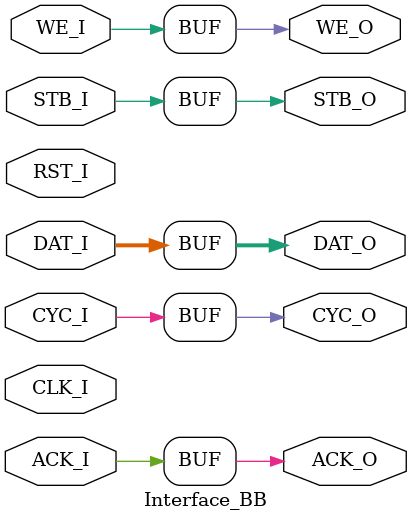
<source format=v>
`timescale 1ns / 1ps
module Interface_BB(
   input 			CLK_I, RST_I,
	input [31:0] 	DAT_I,					// DAT_I_Im[31:16] DAT_I_Re[15:0] in format 5.11
	input 			WE_I, STB_I, CYC_I,
	output			ACK_O,
	
	output [31:0]	DAT_O,				// DAT_O_Im[31:16] DAT_O_Re[15:0] in format 5.11
	output			CYC_O, STB_O,
	output 			WE_O,
	input				ACK_I	
    );

assign DAT_O = DAT_I;
assign WE_O  = WE_I;
assign STB_O = STB_I;
assign CYC_O = CYC_I;
assign ACK_O = ACK_I;
endmodule

</source>
